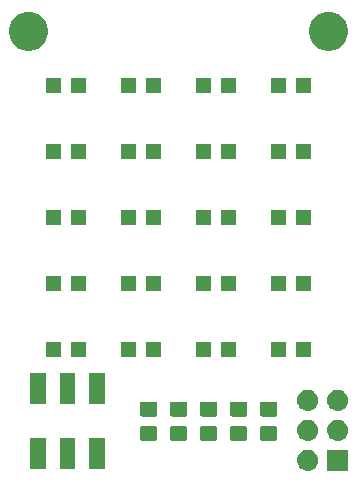
<source format=gts>
G04 #@! TF.GenerationSoftware,KiCad,Pcbnew,(5.0.2)-1*
G04 #@! TF.CreationDate,2019-02-01T18:11:43-06:00*
G04 #@! TF.ProjectId,matrix_badge,6d617472-6978-45f6-9261-6467652e6b69,rev?*
G04 #@! TF.SameCoordinates,Original*
G04 #@! TF.FileFunction,Soldermask,Top*
G04 #@! TF.FilePolarity,Negative*
%FSLAX46Y46*%
G04 Gerber Fmt 4.6, Leading zero omitted, Abs format (unit mm)*
G04 Created by KiCad (PCBNEW (5.0.2)-1) date 2/1/2019 6:11:43 PM*
%MOMM*%
%LPD*%
G01*
G04 APERTURE LIST*
%ADD10C,0.100000*%
G04 APERTURE END LIST*
D10*
G36*
X156603000Y-115963000D02*
X154801000Y-115963000D01*
X154801000Y-114161000D01*
X156603000Y-114161000D01*
X156603000Y-115963000D01*
X156603000Y-115963000D01*
G37*
G36*
X153272442Y-114167518D02*
X153338627Y-114174037D01*
X153451853Y-114208384D01*
X153508467Y-114225557D01*
X153647087Y-114299652D01*
X153664991Y-114309222D01*
X153700729Y-114338552D01*
X153802186Y-114421814D01*
X153885448Y-114523271D01*
X153914778Y-114559009D01*
X153914779Y-114559011D01*
X153998443Y-114715533D01*
X153998443Y-114715534D01*
X154049963Y-114885373D01*
X154067359Y-115062000D01*
X154049963Y-115238627D01*
X154015616Y-115351853D01*
X153998443Y-115408467D01*
X153924348Y-115547087D01*
X153914778Y-115564991D01*
X153885448Y-115600729D01*
X153802186Y-115702186D01*
X153700729Y-115785448D01*
X153664991Y-115814778D01*
X153664989Y-115814779D01*
X153508467Y-115898443D01*
X153451853Y-115915616D01*
X153338627Y-115949963D01*
X153272443Y-115956481D01*
X153206260Y-115963000D01*
X153117740Y-115963000D01*
X153051557Y-115956481D01*
X152985373Y-115949963D01*
X152872147Y-115915616D01*
X152815533Y-115898443D01*
X152659011Y-115814779D01*
X152659009Y-115814778D01*
X152623271Y-115785448D01*
X152521814Y-115702186D01*
X152438552Y-115600729D01*
X152409222Y-115564991D01*
X152399652Y-115547087D01*
X152325557Y-115408467D01*
X152308384Y-115351853D01*
X152274037Y-115238627D01*
X152256641Y-115062000D01*
X152274037Y-114885373D01*
X152325557Y-114715534D01*
X152325557Y-114715533D01*
X152409221Y-114559011D01*
X152409222Y-114559009D01*
X152438552Y-114523271D01*
X152521814Y-114421814D01*
X152623271Y-114338552D01*
X152659009Y-114309222D01*
X152676913Y-114299652D01*
X152815533Y-114225557D01*
X152872147Y-114208384D01*
X152985373Y-114174037D01*
X153051558Y-114167518D01*
X153117740Y-114161000D01*
X153206260Y-114161000D01*
X153272442Y-114167518D01*
X153272442Y-114167518D01*
G37*
G36*
X130993000Y-115811000D02*
X129691000Y-115811000D01*
X129691000Y-113209000D01*
X130993000Y-113209000D01*
X130993000Y-115811000D01*
X130993000Y-115811000D01*
G37*
G36*
X135993000Y-115811000D02*
X134691000Y-115811000D01*
X134691000Y-113209000D01*
X135993000Y-113209000D01*
X135993000Y-115811000D01*
X135993000Y-115811000D01*
G37*
G36*
X133493000Y-115811000D02*
X132191000Y-115811000D01*
X132191000Y-113209000D01*
X133493000Y-113209000D01*
X133493000Y-115811000D01*
X133493000Y-115811000D01*
G37*
G36*
X155812442Y-111627518D02*
X155878627Y-111634037D01*
X155991853Y-111668384D01*
X156048467Y-111685557D01*
X156187087Y-111759652D01*
X156204991Y-111769222D01*
X156240729Y-111798552D01*
X156342186Y-111881814D01*
X156425448Y-111983271D01*
X156454778Y-112019009D01*
X156454779Y-112019011D01*
X156538443Y-112175533D01*
X156538443Y-112175534D01*
X156589963Y-112345373D01*
X156607359Y-112522000D01*
X156589963Y-112698627D01*
X156555616Y-112811853D01*
X156538443Y-112868467D01*
X156464348Y-113007087D01*
X156454778Y-113024991D01*
X156425448Y-113060729D01*
X156342186Y-113162186D01*
X156243733Y-113242983D01*
X156204991Y-113274778D01*
X156204989Y-113274779D01*
X156048467Y-113358443D01*
X156026419Y-113365131D01*
X155878627Y-113409963D01*
X155812442Y-113416482D01*
X155746260Y-113423000D01*
X155657740Y-113423000D01*
X155591558Y-113416482D01*
X155525373Y-113409963D01*
X155377581Y-113365131D01*
X155355533Y-113358443D01*
X155199011Y-113274779D01*
X155199009Y-113274778D01*
X155160267Y-113242983D01*
X155061814Y-113162186D01*
X154978552Y-113060729D01*
X154949222Y-113024991D01*
X154939652Y-113007087D01*
X154865557Y-112868467D01*
X154848384Y-112811853D01*
X154814037Y-112698627D01*
X154796641Y-112522000D01*
X154814037Y-112345373D01*
X154865557Y-112175534D01*
X154865557Y-112175533D01*
X154949221Y-112019011D01*
X154949222Y-112019009D01*
X154978552Y-111983271D01*
X155061814Y-111881814D01*
X155163271Y-111798552D01*
X155199009Y-111769222D01*
X155216913Y-111759652D01*
X155355533Y-111685557D01*
X155412147Y-111668384D01*
X155525373Y-111634037D01*
X155591558Y-111627518D01*
X155657740Y-111621000D01*
X155746260Y-111621000D01*
X155812442Y-111627518D01*
X155812442Y-111627518D01*
G37*
G36*
X153272442Y-111627518D02*
X153338627Y-111634037D01*
X153451853Y-111668384D01*
X153508467Y-111685557D01*
X153647087Y-111759652D01*
X153664991Y-111769222D01*
X153700729Y-111798552D01*
X153802186Y-111881814D01*
X153885448Y-111983271D01*
X153914778Y-112019009D01*
X153914779Y-112019011D01*
X153998443Y-112175533D01*
X153998443Y-112175534D01*
X154049963Y-112345373D01*
X154067359Y-112522000D01*
X154049963Y-112698627D01*
X154015616Y-112811853D01*
X153998443Y-112868467D01*
X153924348Y-113007087D01*
X153914778Y-113024991D01*
X153885448Y-113060729D01*
X153802186Y-113162186D01*
X153703733Y-113242983D01*
X153664991Y-113274778D01*
X153664989Y-113274779D01*
X153508467Y-113358443D01*
X153486419Y-113365131D01*
X153338627Y-113409963D01*
X153272442Y-113416482D01*
X153206260Y-113423000D01*
X153117740Y-113423000D01*
X153051558Y-113416482D01*
X152985373Y-113409963D01*
X152837581Y-113365131D01*
X152815533Y-113358443D01*
X152659011Y-113274779D01*
X152659009Y-113274778D01*
X152620267Y-113242983D01*
X152521814Y-113162186D01*
X152438552Y-113060729D01*
X152409222Y-113024991D01*
X152399652Y-113007087D01*
X152325557Y-112868467D01*
X152308384Y-112811853D01*
X152274037Y-112698627D01*
X152256641Y-112522000D01*
X152274037Y-112345373D01*
X152325557Y-112175534D01*
X152325557Y-112175533D01*
X152409221Y-112019011D01*
X152409222Y-112019009D01*
X152438552Y-111983271D01*
X152521814Y-111881814D01*
X152623271Y-111798552D01*
X152659009Y-111769222D01*
X152676913Y-111759652D01*
X152815533Y-111685557D01*
X152872147Y-111668384D01*
X152985373Y-111634037D01*
X153051558Y-111627518D01*
X153117740Y-111621000D01*
X153206260Y-111621000D01*
X153272442Y-111627518D01*
X153272442Y-111627518D01*
G37*
G36*
X140288677Y-112163465D02*
X140326364Y-112174898D01*
X140361103Y-112193466D01*
X140391548Y-112218452D01*
X140416534Y-112248897D01*
X140435102Y-112283636D01*
X140446535Y-112321323D01*
X140451000Y-112366661D01*
X140451000Y-113203339D01*
X140446535Y-113248677D01*
X140435102Y-113286364D01*
X140416534Y-113321103D01*
X140391548Y-113351548D01*
X140361103Y-113376534D01*
X140326364Y-113395102D01*
X140288677Y-113406535D01*
X140243339Y-113411000D01*
X139156661Y-113411000D01*
X139111323Y-113406535D01*
X139073636Y-113395102D01*
X139038897Y-113376534D01*
X139008452Y-113351548D01*
X138983466Y-113321103D01*
X138964898Y-113286364D01*
X138953465Y-113248677D01*
X138949000Y-113203339D01*
X138949000Y-112366661D01*
X138953465Y-112321323D01*
X138964898Y-112283636D01*
X138983466Y-112248897D01*
X139008452Y-112218452D01*
X139038897Y-112193466D01*
X139073636Y-112174898D01*
X139111323Y-112163465D01*
X139156661Y-112159000D01*
X140243339Y-112159000D01*
X140288677Y-112163465D01*
X140288677Y-112163465D01*
G37*
G36*
X142828677Y-112163465D02*
X142866364Y-112174898D01*
X142901103Y-112193466D01*
X142931548Y-112218452D01*
X142956534Y-112248897D01*
X142975102Y-112283636D01*
X142986535Y-112321323D01*
X142991000Y-112366661D01*
X142991000Y-113203339D01*
X142986535Y-113248677D01*
X142975102Y-113286364D01*
X142956534Y-113321103D01*
X142931548Y-113351548D01*
X142901103Y-113376534D01*
X142866364Y-113395102D01*
X142828677Y-113406535D01*
X142783339Y-113411000D01*
X141696661Y-113411000D01*
X141651323Y-113406535D01*
X141613636Y-113395102D01*
X141578897Y-113376534D01*
X141548452Y-113351548D01*
X141523466Y-113321103D01*
X141504898Y-113286364D01*
X141493465Y-113248677D01*
X141489000Y-113203339D01*
X141489000Y-112366661D01*
X141493465Y-112321323D01*
X141504898Y-112283636D01*
X141523466Y-112248897D01*
X141548452Y-112218452D01*
X141578897Y-112193466D01*
X141613636Y-112174898D01*
X141651323Y-112163465D01*
X141696661Y-112159000D01*
X142783339Y-112159000D01*
X142828677Y-112163465D01*
X142828677Y-112163465D01*
G37*
G36*
X145368677Y-112163465D02*
X145406364Y-112174898D01*
X145441103Y-112193466D01*
X145471548Y-112218452D01*
X145496534Y-112248897D01*
X145515102Y-112283636D01*
X145526535Y-112321323D01*
X145531000Y-112366661D01*
X145531000Y-113203339D01*
X145526535Y-113248677D01*
X145515102Y-113286364D01*
X145496534Y-113321103D01*
X145471548Y-113351548D01*
X145441103Y-113376534D01*
X145406364Y-113395102D01*
X145368677Y-113406535D01*
X145323339Y-113411000D01*
X144236661Y-113411000D01*
X144191323Y-113406535D01*
X144153636Y-113395102D01*
X144118897Y-113376534D01*
X144088452Y-113351548D01*
X144063466Y-113321103D01*
X144044898Y-113286364D01*
X144033465Y-113248677D01*
X144029000Y-113203339D01*
X144029000Y-112366661D01*
X144033465Y-112321323D01*
X144044898Y-112283636D01*
X144063466Y-112248897D01*
X144088452Y-112218452D01*
X144118897Y-112193466D01*
X144153636Y-112174898D01*
X144191323Y-112163465D01*
X144236661Y-112159000D01*
X145323339Y-112159000D01*
X145368677Y-112163465D01*
X145368677Y-112163465D01*
G37*
G36*
X147908677Y-112163465D02*
X147946364Y-112174898D01*
X147981103Y-112193466D01*
X148011548Y-112218452D01*
X148036534Y-112248897D01*
X148055102Y-112283636D01*
X148066535Y-112321323D01*
X148071000Y-112366661D01*
X148071000Y-113203339D01*
X148066535Y-113248677D01*
X148055102Y-113286364D01*
X148036534Y-113321103D01*
X148011548Y-113351548D01*
X147981103Y-113376534D01*
X147946364Y-113395102D01*
X147908677Y-113406535D01*
X147863339Y-113411000D01*
X146776661Y-113411000D01*
X146731323Y-113406535D01*
X146693636Y-113395102D01*
X146658897Y-113376534D01*
X146628452Y-113351548D01*
X146603466Y-113321103D01*
X146584898Y-113286364D01*
X146573465Y-113248677D01*
X146569000Y-113203339D01*
X146569000Y-112366661D01*
X146573465Y-112321323D01*
X146584898Y-112283636D01*
X146603466Y-112248897D01*
X146628452Y-112218452D01*
X146658897Y-112193466D01*
X146693636Y-112174898D01*
X146731323Y-112163465D01*
X146776661Y-112159000D01*
X147863339Y-112159000D01*
X147908677Y-112163465D01*
X147908677Y-112163465D01*
G37*
G36*
X150448677Y-112163465D02*
X150486364Y-112174898D01*
X150521103Y-112193466D01*
X150551548Y-112218452D01*
X150576534Y-112248897D01*
X150595102Y-112283636D01*
X150606535Y-112321323D01*
X150611000Y-112366661D01*
X150611000Y-113203339D01*
X150606535Y-113248677D01*
X150595102Y-113286364D01*
X150576534Y-113321103D01*
X150551548Y-113351548D01*
X150521103Y-113376534D01*
X150486364Y-113395102D01*
X150448677Y-113406535D01*
X150403339Y-113411000D01*
X149316661Y-113411000D01*
X149271323Y-113406535D01*
X149233636Y-113395102D01*
X149198897Y-113376534D01*
X149168452Y-113351548D01*
X149143466Y-113321103D01*
X149124898Y-113286364D01*
X149113465Y-113248677D01*
X149109000Y-113203339D01*
X149109000Y-112366661D01*
X149113465Y-112321323D01*
X149124898Y-112283636D01*
X149143466Y-112248897D01*
X149168452Y-112218452D01*
X149198897Y-112193466D01*
X149233636Y-112174898D01*
X149271323Y-112163465D01*
X149316661Y-112159000D01*
X150403339Y-112159000D01*
X150448677Y-112163465D01*
X150448677Y-112163465D01*
G37*
G36*
X150448677Y-110113465D02*
X150486364Y-110124898D01*
X150521103Y-110143466D01*
X150551548Y-110168452D01*
X150576534Y-110198897D01*
X150595102Y-110233636D01*
X150606535Y-110271323D01*
X150611000Y-110316661D01*
X150611000Y-111153339D01*
X150606535Y-111198677D01*
X150595102Y-111236364D01*
X150576534Y-111271103D01*
X150551548Y-111301548D01*
X150521103Y-111326534D01*
X150486364Y-111345102D01*
X150448677Y-111356535D01*
X150403339Y-111361000D01*
X149316661Y-111361000D01*
X149271323Y-111356535D01*
X149233636Y-111345102D01*
X149198897Y-111326534D01*
X149168452Y-111301548D01*
X149143466Y-111271103D01*
X149124898Y-111236364D01*
X149113465Y-111198677D01*
X149109000Y-111153339D01*
X149109000Y-110316661D01*
X149113465Y-110271323D01*
X149124898Y-110233636D01*
X149143466Y-110198897D01*
X149168452Y-110168452D01*
X149198897Y-110143466D01*
X149233636Y-110124898D01*
X149271323Y-110113465D01*
X149316661Y-110109000D01*
X150403339Y-110109000D01*
X150448677Y-110113465D01*
X150448677Y-110113465D01*
G37*
G36*
X145368677Y-110113465D02*
X145406364Y-110124898D01*
X145441103Y-110143466D01*
X145471548Y-110168452D01*
X145496534Y-110198897D01*
X145515102Y-110233636D01*
X145526535Y-110271323D01*
X145531000Y-110316661D01*
X145531000Y-111153339D01*
X145526535Y-111198677D01*
X145515102Y-111236364D01*
X145496534Y-111271103D01*
X145471548Y-111301548D01*
X145441103Y-111326534D01*
X145406364Y-111345102D01*
X145368677Y-111356535D01*
X145323339Y-111361000D01*
X144236661Y-111361000D01*
X144191323Y-111356535D01*
X144153636Y-111345102D01*
X144118897Y-111326534D01*
X144088452Y-111301548D01*
X144063466Y-111271103D01*
X144044898Y-111236364D01*
X144033465Y-111198677D01*
X144029000Y-111153339D01*
X144029000Y-110316661D01*
X144033465Y-110271323D01*
X144044898Y-110233636D01*
X144063466Y-110198897D01*
X144088452Y-110168452D01*
X144118897Y-110143466D01*
X144153636Y-110124898D01*
X144191323Y-110113465D01*
X144236661Y-110109000D01*
X145323339Y-110109000D01*
X145368677Y-110113465D01*
X145368677Y-110113465D01*
G37*
G36*
X140288677Y-110113465D02*
X140326364Y-110124898D01*
X140361103Y-110143466D01*
X140391548Y-110168452D01*
X140416534Y-110198897D01*
X140435102Y-110233636D01*
X140446535Y-110271323D01*
X140451000Y-110316661D01*
X140451000Y-111153339D01*
X140446535Y-111198677D01*
X140435102Y-111236364D01*
X140416534Y-111271103D01*
X140391548Y-111301548D01*
X140361103Y-111326534D01*
X140326364Y-111345102D01*
X140288677Y-111356535D01*
X140243339Y-111361000D01*
X139156661Y-111361000D01*
X139111323Y-111356535D01*
X139073636Y-111345102D01*
X139038897Y-111326534D01*
X139008452Y-111301548D01*
X138983466Y-111271103D01*
X138964898Y-111236364D01*
X138953465Y-111198677D01*
X138949000Y-111153339D01*
X138949000Y-110316661D01*
X138953465Y-110271323D01*
X138964898Y-110233636D01*
X138983466Y-110198897D01*
X139008452Y-110168452D01*
X139038897Y-110143466D01*
X139073636Y-110124898D01*
X139111323Y-110113465D01*
X139156661Y-110109000D01*
X140243339Y-110109000D01*
X140288677Y-110113465D01*
X140288677Y-110113465D01*
G37*
G36*
X142828677Y-110113465D02*
X142866364Y-110124898D01*
X142901103Y-110143466D01*
X142931548Y-110168452D01*
X142956534Y-110198897D01*
X142975102Y-110233636D01*
X142986535Y-110271323D01*
X142991000Y-110316661D01*
X142991000Y-111153339D01*
X142986535Y-111198677D01*
X142975102Y-111236364D01*
X142956534Y-111271103D01*
X142931548Y-111301548D01*
X142901103Y-111326534D01*
X142866364Y-111345102D01*
X142828677Y-111356535D01*
X142783339Y-111361000D01*
X141696661Y-111361000D01*
X141651323Y-111356535D01*
X141613636Y-111345102D01*
X141578897Y-111326534D01*
X141548452Y-111301548D01*
X141523466Y-111271103D01*
X141504898Y-111236364D01*
X141493465Y-111198677D01*
X141489000Y-111153339D01*
X141489000Y-110316661D01*
X141493465Y-110271323D01*
X141504898Y-110233636D01*
X141523466Y-110198897D01*
X141548452Y-110168452D01*
X141578897Y-110143466D01*
X141613636Y-110124898D01*
X141651323Y-110113465D01*
X141696661Y-110109000D01*
X142783339Y-110109000D01*
X142828677Y-110113465D01*
X142828677Y-110113465D01*
G37*
G36*
X147908677Y-110113465D02*
X147946364Y-110124898D01*
X147981103Y-110143466D01*
X148011548Y-110168452D01*
X148036534Y-110198897D01*
X148055102Y-110233636D01*
X148066535Y-110271323D01*
X148071000Y-110316661D01*
X148071000Y-111153339D01*
X148066535Y-111198677D01*
X148055102Y-111236364D01*
X148036534Y-111271103D01*
X148011548Y-111301548D01*
X147981103Y-111326534D01*
X147946364Y-111345102D01*
X147908677Y-111356535D01*
X147863339Y-111361000D01*
X146776661Y-111361000D01*
X146731323Y-111356535D01*
X146693636Y-111345102D01*
X146658897Y-111326534D01*
X146628452Y-111301548D01*
X146603466Y-111271103D01*
X146584898Y-111236364D01*
X146573465Y-111198677D01*
X146569000Y-111153339D01*
X146569000Y-110316661D01*
X146573465Y-110271323D01*
X146584898Y-110233636D01*
X146603466Y-110198897D01*
X146628452Y-110168452D01*
X146658897Y-110143466D01*
X146693636Y-110124898D01*
X146731323Y-110113465D01*
X146776661Y-110109000D01*
X147863339Y-110109000D01*
X147908677Y-110113465D01*
X147908677Y-110113465D01*
G37*
G36*
X153272443Y-109087519D02*
X153338627Y-109094037D01*
X153451853Y-109128384D01*
X153508467Y-109145557D01*
X153647087Y-109219652D01*
X153664991Y-109229222D01*
X153700729Y-109258552D01*
X153802186Y-109341814D01*
X153885448Y-109443271D01*
X153914778Y-109479009D01*
X153914779Y-109479011D01*
X153998443Y-109635533D01*
X153998443Y-109635534D01*
X154049963Y-109805373D01*
X154067359Y-109982000D01*
X154049963Y-110158627D01*
X154040835Y-110188718D01*
X153998443Y-110328467D01*
X153924348Y-110467087D01*
X153914778Y-110484991D01*
X153885448Y-110520729D01*
X153802186Y-110622186D01*
X153700729Y-110705448D01*
X153664991Y-110734778D01*
X153664989Y-110734779D01*
X153508467Y-110818443D01*
X153451853Y-110835616D01*
X153338627Y-110869963D01*
X153272442Y-110876482D01*
X153206260Y-110883000D01*
X153117740Y-110883000D01*
X153051558Y-110876482D01*
X152985373Y-110869963D01*
X152872147Y-110835616D01*
X152815533Y-110818443D01*
X152659011Y-110734779D01*
X152659009Y-110734778D01*
X152623271Y-110705448D01*
X152521814Y-110622186D01*
X152438552Y-110520729D01*
X152409222Y-110484991D01*
X152399652Y-110467087D01*
X152325557Y-110328467D01*
X152283165Y-110188718D01*
X152274037Y-110158627D01*
X152256641Y-109982000D01*
X152274037Y-109805373D01*
X152325557Y-109635534D01*
X152325557Y-109635533D01*
X152409221Y-109479011D01*
X152409222Y-109479009D01*
X152438552Y-109443271D01*
X152521814Y-109341814D01*
X152623271Y-109258552D01*
X152659009Y-109229222D01*
X152676913Y-109219652D01*
X152815533Y-109145557D01*
X152872147Y-109128384D01*
X152985373Y-109094037D01*
X153051557Y-109087519D01*
X153117740Y-109081000D01*
X153206260Y-109081000D01*
X153272443Y-109087519D01*
X153272443Y-109087519D01*
G37*
G36*
X155812443Y-109087519D02*
X155878627Y-109094037D01*
X155991853Y-109128384D01*
X156048467Y-109145557D01*
X156187087Y-109219652D01*
X156204991Y-109229222D01*
X156240729Y-109258552D01*
X156342186Y-109341814D01*
X156425448Y-109443271D01*
X156454778Y-109479009D01*
X156454779Y-109479011D01*
X156538443Y-109635533D01*
X156538443Y-109635534D01*
X156589963Y-109805373D01*
X156607359Y-109982000D01*
X156589963Y-110158627D01*
X156580835Y-110188718D01*
X156538443Y-110328467D01*
X156464348Y-110467087D01*
X156454778Y-110484991D01*
X156425448Y-110520729D01*
X156342186Y-110622186D01*
X156240729Y-110705448D01*
X156204991Y-110734778D01*
X156204989Y-110734779D01*
X156048467Y-110818443D01*
X155991853Y-110835616D01*
X155878627Y-110869963D01*
X155812442Y-110876482D01*
X155746260Y-110883000D01*
X155657740Y-110883000D01*
X155591558Y-110876482D01*
X155525373Y-110869963D01*
X155412147Y-110835616D01*
X155355533Y-110818443D01*
X155199011Y-110734779D01*
X155199009Y-110734778D01*
X155163271Y-110705448D01*
X155061814Y-110622186D01*
X154978552Y-110520729D01*
X154949222Y-110484991D01*
X154939652Y-110467087D01*
X154865557Y-110328467D01*
X154823165Y-110188718D01*
X154814037Y-110158627D01*
X154796641Y-109982000D01*
X154814037Y-109805373D01*
X154865557Y-109635534D01*
X154865557Y-109635533D01*
X154949221Y-109479011D01*
X154949222Y-109479009D01*
X154978552Y-109443271D01*
X155061814Y-109341814D01*
X155163271Y-109258552D01*
X155199009Y-109229222D01*
X155216913Y-109219652D01*
X155355533Y-109145557D01*
X155412147Y-109128384D01*
X155525373Y-109094037D01*
X155591557Y-109087519D01*
X155657740Y-109081000D01*
X155746260Y-109081000D01*
X155812443Y-109087519D01*
X155812443Y-109087519D01*
G37*
G36*
X135993000Y-110311000D02*
X134691000Y-110311000D01*
X134691000Y-107709000D01*
X135993000Y-107709000D01*
X135993000Y-110311000D01*
X135993000Y-110311000D01*
G37*
G36*
X133493000Y-110311000D02*
X132191000Y-110311000D01*
X132191000Y-107709000D01*
X133493000Y-107709000D01*
X133493000Y-110311000D01*
X133493000Y-110311000D01*
G37*
G36*
X130993000Y-110311000D02*
X129691000Y-110311000D01*
X129691000Y-107709000D01*
X130993000Y-107709000D01*
X130993000Y-110311000D01*
X130993000Y-110311000D01*
G37*
G36*
X145016000Y-106315000D02*
X143714000Y-106315000D01*
X143714000Y-105013000D01*
X145016000Y-105013000D01*
X145016000Y-106315000D01*
X145016000Y-106315000D01*
G37*
G36*
X151366000Y-106315000D02*
X150064000Y-106315000D01*
X150064000Y-105013000D01*
X151366000Y-105013000D01*
X151366000Y-106315000D01*
X151366000Y-106315000D01*
G37*
G36*
X153466000Y-106315000D02*
X152164000Y-106315000D01*
X152164000Y-105013000D01*
X153466000Y-105013000D01*
X153466000Y-106315000D01*
X153466000Y-106315000D01*
G37*
G36*
X147116000Y-106315000D02*
X145814000Y-106315000D01*
X145814000Y-105013000D01*
X147116000Y-105013000D01*
X147116000Y-106315000D01*
X147116000Y-106315000D01*
G37*
G36*
X134416000Y-106315000D02*
X133114000Y-106315000D01*
X133114000Y-105013000D01*
X134416000Y-105013000D01*
X134416000Y-106315000D01*
X134416000Y-106315000D01*
G37*
G36*
X132316000Y-106315000D02*
X131014000Y-106315000D01*
X131014000Y-105013000D01*
X132316000Y-105013000D01*
X132316000Y-106315000D01*
X132316000Y-106315000D01*
G37*
G36*
X138666000Y-106315000D02*
X137364000Y-106315000D01*
X137364000Y-105013000D01*
X138666000Y-105013000D01*
X138666000Y-106315000D01*
X138666000Y-106315000D01*
G37*
G36*
X140766000Y-106315000D02*
X139464000Y-106315000D01*
X139464000Y-105013000D01*
X140766000Y-105013000D01*
X140766000Y-106315000D01*
X140766000Y-106315000D01*
G37*
G36*
X132316000Y-100727000D02*
X131014000Y-100727000D01*
X131014000Y-99425000D01*
X132316000Y-99425000D01*
X132316000Y-100727000D01*
X132316000Y-100727000D01*
G37*
G36*
X138666000Y-100727000D02*
X137364000Y-100727000D01*
X137364000Y-99425000D01*
X138666000Y-99425000D01*
X138666000Y-100727000D01*
X138666000Y-100727000D01*
G37*
G36*
X134416000Y-100727000D02*
X133114000Y-100727000D01*
X133114000Y-99425000D01*
X134416000Y-99425000D01*
X134416000Y-100727000D01*
X134416000Y-100727000D01*
G37*
G36*
X147116000Y-100727000D02*
X145814000Y-100727000D01*
X145814000Y-99425000D01*
X147116000Y-99425000D01*
X147116000Y-100727000D01*
X147116000Y-100727000D01*
G37*
G36*
X153466000Y-100727000D02*
X152164000Y-100727000D01*
X152164000Y-99425000D01*
X153466000Y-99425000D01*
X153466000Y-100727000D01*
X153466000Y-100727000D01*
G37*
G36*
X145016000Y-100727000D02*
X143714000Y-100727000D01*
X143714000Y-99425000D01*
X145016000Y-99425000D01*
X145016000Y-100727000D01*
X145016000Y-100727000D01*
G37*
G36*
X140766000Y-100727000D02*
X139464000Y-100727000D01*
X139464000Y-99425000D01*
X140766000Y-99425000D01*
X140766000Y-100727000D01*
X140766000Y-100727000D01*
G37*
G36*
X151366000Y-100727000D02*
X150064000Y-100727000D01*
X150064000Y-99425000D01*
X151366000Y-99425000D01*
X151366000Y-100727000D01*
X151366000Y-100727000D01*
G37*
G36*
X153466000Y-95139000D02*
X152164000Y-95139000D01*
X152164000Y-93837000D01*
X153466000Y-93837000D01*
X153466000Y-95139000D01*
X153466000Y-95139000D01*
G37*
G36*
X151366000Y-95139000D02*
X150064000Y-95139000D01*
X150064000Y-93837000D01*
X151366000Y-93837000D01*
X151366000Y-95139000D01*
X151366000Y-95139000D01*
G37*
G36*
X145016000Y-95139000D02*
X143714000Y-95139000D01*
X143714000Y-93837000D01*
X145016000Y-93837000D01*
X145016000Y-95139000D01*
X145016000Y-95139000D01*
G37*
G36*
X134416000Y-95139000D02*
X133114000Y-95139000D01*
X133114000Y-93837000D01*
X134416000Y-93837000D01*
X134416000Y-95139000D01*
X134416000Y-95139000D01*
G37*
G36*
X132316000Y-95139000D02*
X131014000Y-95139000D01*
X131014000Y-93837000D01*
X132316000Y-93837000D01*
X132316000Y-95139000D01*
X132316000Y-95139000D01*
G37*
G36*
X138666000Y-95139000D02*
X137364000Y-95139000D01*
X137364000Y-93837000D01*
X138666000Y-93837000D01*
X138666000Y-95139000D01*
X138666000Y-95139000D01*
G37*
G36*
X140766000Y-95139000D02*
X139464000Y-95139000D01*
X139464000Y-93837000D01*
X140766000Y-93837000D01*
X140766000Y-95139000D01*
X140766000Y-95139000D01*
G37*
G36*
X147116000Y-95139000D02*
X145814000Y-95139000D01*
X145814000Y-93837000D01*
X147116000Y-93837000D01*
X147116000Y-95139000D01*
X147116000Y-95139000D01*
G37*
G36*
X132316000Y-89551000D02*
X131014000Y-89551000D01*
X131014000Y-88249000D01*
X132316000Y-88249000D01*
X132316000Y-89551000D01*
X132316000Y-89551000D01*
G37*
G36*
X145016000Y-89551000D02*
X143714000Y-89551000D01*
X143714000Y-88249000D01*
X145016000Y-88249000D01*
X145016000Y-89551000D01*
X145016000Y-89551000D01*
G37*
G36*
X140766000Y-89551000D02*
X139464000Y-89551000D01*
X139464000Y-88249000D01*
X140766000Y-88249000D01*
X140766000Y-89551000D01*
X140766000Y-89551000D01*
G37*
G36*
X138666000Y-89551000D02*
X137364000Y-89551000D01*
X137364000Y-88249000D01*
X138666000Y-88249000D01*
X138666000Y-89551000D01*
X138666000Y-89551000D01*
G37*
G36*
X134416000Y-89551000D02*
X133114000Y-89551000D01*
X133114000Y-88249000D01*
X134416000Y-88249000D01*
X134416000Y-89551000D01*
X134416000Y-89551000D01*
G37*
G36*
X153466000Y-89551000D02*
X152164000Y-89551000D01*
X152164000Y-88249000D01*
X153466000Y-88249000D01*
X153466000Y-89551000D01*
X153466000Y-89551000D01*
G37*
G36*
X151366000Y-89551000D02*
X150064000Y-89551000D01*
X150064000Y-88249000D01*
X151366000Y-88249000D01*
X151366000Y-89551000D01*
X151366000Y-89551000D01*
G37*
G36*
X147116000Y-89551000D02*
X145814000Y-89551000D01*
X145814000Y-88249000D01*
X147116000Y-88249000D01*
X147116000Y-89551000D01*
X147116000Y-89551000D01*
G37*
G36*
X153466000Y-83963000D02*
X152164000Y-83963000D01*
X152164000Y-82661000D01*
X153466000Y-82661000D01*
X153466000Y-83963000D01*
X153466000Y-83963000D01*
G37*
G36*
X151366000Y-83963000D02*
X150064000Y-83963000D01*
X150064000Y-82661000D01*
X151366000Y-82661000D01*
X151366000Y-83963000D01*
X151366000Y-83963000D01*
G37*
G36*
X132316000Y-83963000D02*
X131014000Y-83963000D01*
X131014000Y-82661000D01*
X132316000Y-82661000D01*
X132316000Y-83963000D01*
X132316000Y-83963000D01*
G37*
G36*
X147116000Y-83963000D02*
X145814000Y-83963000D01*
X145814000Y-82661000D01*
X147116000Y-82661000D01*
X147116000Y-83963000D01*
X147116000Y-83963000D01*
G37*
G36*
X145016000Y-83963000D02*
X143714000Y-83963000D01*
X143714000Y-82661000D01*
X145016000Y-82661000D01*
X145016000Y-83963000D01*
X145016000Y-83963000D01*
G37*
G36*
X140766000Y-83963000D02*
X139464000Y-83963000D01*
X139464000Y-82661000D01*
X140766000Y-82661000D01*
X140766000Y-83963000D01*
X140766000Y-83963000D01*
G37*
G36*
X138666000Y-83963000D02*
X137364000Y-83963000D01*
X137364000Y-82661000D01*
X138666000Y-82661000D01*
X138666000Y-83963000D01*
X138666000Y-83963000D01*
G37*
G36*
X134416000Y-83963000D02*
X133114000Y-83963000D01*
X133114000Y-82661000D01*
X134416000Y-82661000D01*
X134416000Y-83963000D01*
X134416000Y-83963000D01*
G37*
G36*
X155315256Y-77131298D02*
X155421579Y-77152447D01*
X155722042Y-77276903D01*
X155988852Y-77455180D01*
X155992454Y-77457587D01*
X156222413Y-77687546D01*
X156403098Y-77957960D01*
X156527553Y-78258422D01*
X156591000Y-78577389D01*
X156591000Y-78902611D01*
X156527553Y-79221578D01*
X156403098Y-79522040D01*
X156222413Y-79792454D01*
X155992454Y-80022413D01*
X155992451Y-80022415D01*
X155722042Y-80203097D01*
X155421579Y-80327553D01*
X155315256Y-80348702D01*
X155102611Y-80391000D01*
X154777389Y-80391000D01*
X154564744Y-80348702D01*
X154458421Y-80327553D01*
X154157958Y-80203097D01*
X153887549Y-80022415D01*
X153887546Y-80022413D01*
X153657587Y-79792454D01*
X153476902Y-79522040D01*
X153352447Y-79221578D01*
X153289000Y-78902611D01*
X153289000Y-78577389D01*
X153352447Y-78258422D01*
X153476902Y-77957960D01*
X153657587Y-77687546D01*
X153887546Y-77457587D01*
X153891148Y-77455180D01*
X154157958Y-77276903D01*
X154458421Y-77152447D01*
X154564744Y-77131298D01*
X154777389Y-77089000D01*
X155102611Y-77089000D01*
X155315256Y-77131298D01*
X155315256Y-77131298D01*
G37*
G36*
X129915256Y-77131298D02*
X130021579Y-77152447D01*
X130322042Y-77276903D01*
X130588852Y-77455180D01*
X130592454Y-77457587D01*
X130822413Y-77687546D01*
X131003098Y-77957960D01*
X131127553Y-78258422D01*
X131191000Y-78577389D01*
X131191000Y-78902611D01*
X131127553Y-79221578D01*
X131003098Y-79522040D01*
X130822413Y-79792454D01*
X130592454Y-80022413D01*
X130592451Y-80022415D01*
X130322042Y-80203097D01*
X130021579Y-80327553D01*
X129915256Y-80348702D01*
X129702611Y-80391000D01*
X129377389Y-80391000D01*
X129164744Y-80348702D01*
X129058421Y-80327553D01*
X128757958Y-80203097D01*
X128487549Y-80022415D01*
X128487546Y-80022413D01*
X128257587Y-79792454D01*
X128076902Y-79522040D01*
X127952447Y-79221578D01*
X127889000Y-78902611D01*
X127889000Y-78577389D01*
X127952447Y-78258422D01*
X128076902Y-77957960D01*
X128257587Y-77687546D01*
X128487546Y-77457587D01*
X128491148Y-77455180D01*
X128757958Y-77276903D01*
X129058421Y-77152447D01*
X129164744Y-77131298D01*
X129377389Y-77089000D01*
X129702611Y-77089000D01*
X129915256Y-77131298D01*
X129915256Y-77131298D01*
G37*
M02*

</source>
